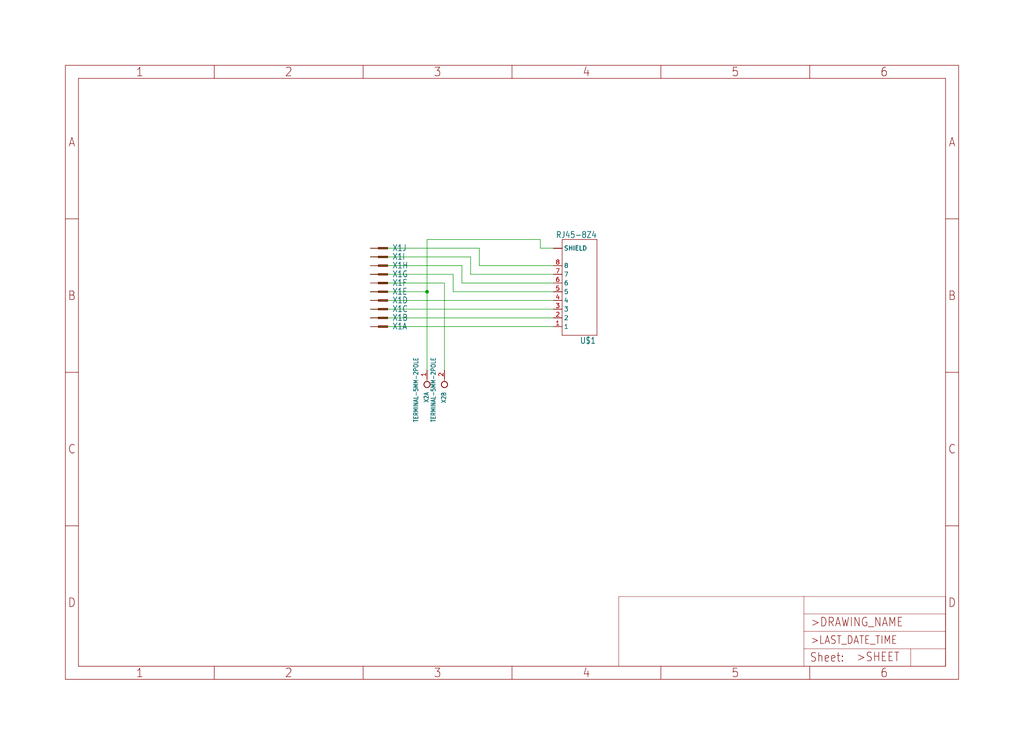
<source format=kicad_sch>
(kicad_sch (version 20211123) (generator eeschema)

  (uuid c7b2ad17-ba4b-4d61-86be-646425579edd)

  (paper "User" 298.45 217.881)

  (lib_symbols
    (symbol "IDC-RJ45_connector_v1-eagle-import:2510-" (in_bom yes) (on_board yes)
      (property "Reference" "X" (id 0) (at -1.27 0.889 0)
        (effects (font (size 1.778 1.5113)) (justify right top))
      )
      (property "Value" "2510-" (id 1) (at -3.81 2.667 0)
        (effects (font (size 1.778 1.5113)) (justify left bottom) hide)
      )
      (property "Footprint" "IDC-RJ45_connector_v1:PAK100_2500-10" (id 2) (at 0 0 0)
        (effects (font (size 1.27 1.27)) hide)
      )
      (property "Datasheet" "" (id 3) (at 0 0 0)
        (effects (font (size 1.27 1.27)) hide)
      )
      (property "ki_locked" "" (id 4) (at 0 0 0)
        (effects (font (size 1.27 1.27)))
      )
      (symbol "2510-_1_0"
        (rectangle (start 0 -0.254) (end 2.794 0.254)
          (stroke (width 0) (type default) (color 0 0 0 0))
          (fill (type outline))
        )
        (pin passive line (at 5.08 0 180) (length 2.54)
          (name "KL" (effects (font (size 0 0))))
          (number "1" (effects (font (size 0 0))))
        )
      )
      (symbol "2510-_2_0"
        (rectangle (start 0 -0.254) (end 2.794 0.254)
          (stroke (width 0) (type default) (color 0 0 0 0))
          (fill (type outline))
        )
        (pin passive line (at 5.08 0 180) (length 2.54)
          (name "KL" (effects (font (size 0 0))))
          (number "2" (effects (font (size 0 0))))
        )
      )
      (symbol "2510-_3_0"
        (rectangle (start 0 -0.254) (end 2.794 0.254)
          (stroke (width 0) (type default) (color 0 0 0 0))
          (fill (type outline))
        )
        (pin passive line (at 5.08 0 180) (length 2.54)
          (name "KL" (effects (font (size 0 0))))
          (number "3" (effects (font (size 0 0))))
        )
      )
      (symbol "2510-_4_0"
        (rectangle (start 0 -0.254) (end 2.794 0.254)
          (stroke (width 0) (type default) (color 0 0 0 0))
          (fill (type outline))
        )
        (pin passive line (at 5.08 0 180) (length 2.54)
          (name "KL" (effects (font (size 0 0))))
          (number "4" (effects (font (size 0 0))))
        )
      )
      (symbol "2510-_5_0"
        (rectangle (start 0 -0.254) (end 2.794 0.254)
          (stroke (width 0) (type default) (color 0 0 0 0))
          (fill (type outline))
        )
        (pin passive line (at 5.08 0 180) (length 2.54)
          (name "KL" (effects (font (size 0 0))))
          (number "5" (effects (font (size 0 0))))
        )
      )
      (symbol "2510-_6_0"
        (rectangle (start 0 -0.254) (end 2.794 0.254)
          (stroke (width 0) (type default) (color 0 0 0 0))
          (fill (type outline))
        )
        (pin passive line (at 5.08 0 180) (length 2.54)
          (name "KL" (effects (font (size 0 0))))
          (number "6" (effects (font (size 0 0))))
        )
      )
      (symbol "2510-_7_0"
        (rectangle (start 0 -0.254) (end 2.794 0.254)
          (stroke (width 0) (type default) (color 0 0 0 0))
          (fill (type outline))
        )
        (pin passive line (at 5.08 0 180) (length 2.54)
          (name "KL" (effects (font (size 0 0))))
          (number "7" (effects (font (size 0 0))))
        )
      )
      (symbol "2510-_8_0"
        (rectangle (start 0 -0.254) (end 2.794 0.254)
          (stroke (width 0) (type default) (color 0 0 0 0))
          (fill (type outline))
        )
        (pin passive line (at 5.08 0 180) (length 2.54)
          (name "KL" (effects (font (size 0 0))))
          (number "8" (effects (font (size 0 0))))
        )
      )
      (symbol "2510-_9_0"
        (rectangle (start 0 -0.254) (end 2.794 0.254)
          (stroke (width 0) (type default) (color 0 0 0 0))
          (fill (type outline))
        )
        (pin passive line (at 5.08 0 180) (length 2.54)
          (name "KL" (effects (font (size 0 0))))
          (number "9" (effects (font (size 0 0))))
        )
      )
      (symbol "2510-_10_0"
        (rectangle (start 0 -0.254) (end 2.794 0.254)
          (stroke (width 0) (type default) (color 0 0 0 0))
          (fill (type outline))
        )
        (pin passive line (at 5.08 0 180) (length 2.54)
          (name "KL" (effects (font (size 0 0))))
          (number "10" (effects (font (size 0 0))))
        )
      )
    )
    (symbol "IDC-RJ45_connector_v1-eagle-import:A4L-LOC" (in_bom yes) (on_board yes)
      (property "Reference" "#FRAME" (id 0) (at 0 0 0)
        (effects (font (size 1.27 1.27)) hide)
      )
      (property "Value" "A4L-LOC" (id 1) (at 0 0 0)
        (effects (font (size 1.27 1.27)) hide)
      )
      (property "Footprint" "IDC-RJ45_connector_v1:" (id 2) (at 0 0 0)
        (effects (font (size 1.27 1.27)) hide)
      )
      (property "Datasheet" "" (id 3) (at 0 0 0)
        (effects (font (size 1.27 1.27)) hide)
      )
      (property "ki_locked" "" (id 4) (at 0 0 0)
        (effects (font (size 1.27 1.27)))
      )
      (symbol "A4L-LOC_1_0"
        (polyline
          (pts
            (xy 0 44.7675)
            (xy 3.81 44.7675)
          )
          (stroke (width 0) (type default) (color 0 0 0 0))
          (fill (type none))
        )
        (polyline
          (pts
            (xy 0 89.535)
            (xy 3.81 89.535)
          )
          (stroke (width 0) (type default) (color 0 0 0 0))
          (fill (type none))
        )
        (polyline
          (pts
            (xy 0 134.3025)
            (xy 3.81 134.3025)
          )
          (stroke (width 0) (type default) (color 0 0 0 0))
          (fill (type none))
        )
        (polyline
          (pts
            (xy 3.81 3.81)
            (xy 3.81 175.26)
          )
          (stroke (width 0) (type default) (color 0 0 0 0))
          (fill (type none))
        )
        (polyline
          (pts
            (xy 43.3917 0)
            (xy 43.3917 3.81)
          )
          (stroke (width 0) (type default) (color 0 0 0 0))
          (fill (type none))
        )
        (polyline
          (pts
            (xy 43.3917 175.26)
            (xy 43.3917 179.07)
          )
          (stroke (width 0) (type default) (color 0 0 0 0))
          (fill (type none))
        )
        (polyline
          (pts
            (xy 86.7833 0)
            (xy 86.7833 3.81)
          )
          (stroke (width 0) (type default) (color 0 0 0 0))
          (fill (type none))
        )
        (polyline
          (pts
            (xy 86.7833 175.26)
            (xy 86.7833 179.07)
          )
          (stroke (width 0) (type default) (color 0 0 0 0))
          (fill (type none))
        )
        (polyline
          (pts
            (xy 130.175 0)
            (xy 130.175 3.81)
          )
          (stroke (width 0) (type default) (color 0 0 0 0))
          (fill (type none))
        )
        (polyline
          (pts
            (xy 130.175 175.26)
            (xy 130.175 179.07)
          )
          (stroke (width 0) (type default) (color 0 0 0 0))
          (fill (type none))
        )
        (polyline
          (pts
            (xy 161.29 3.81)
            (xy 161.29 24.13)
          )
          (stroke (width 0.1016) (type default) (color 0 0 0 0))
          (fill (type none))
        )
        (polyline
          (pts
            (xy 161.29 24.13)
            (xy 215.265 24.13)
          )
          (stroke (width 0.1016) (type default) (color 0 0 0 0))
          (fill (type none))
        )
        (polyline
          (pts
            (xy 173.5667 0)
            (xy 173.5667 3.81)
          )
          (stroke (width 0) (type default) (color 0 0 0 0))
          (fill (type none))
        )
        (polyline
          (pts
            (xy 173.5667 175.26)
            (xy 173.5667 179.07)
          )
          (stroke (width 0) (type default) (color 0 0 0 0))
          (fill (type none))
        )
        (polyline
          (pts
            (xy 215.265 8.89)
            (xy 215.265 3.81)
          )
          (stroke (width 0.1016) (type default) (color 0 0 0 0))
          (fill (type none))
        )
        (polyline
          (pts
            (xy 215.265 8.89)
            (xy 215.265 13.97)
          )
          (stroke (width 0.1016) (type default) (color 0 0 0 0))
          (fill (type none))
        )
        (polyline
          (pts
            (xy 215.265 13.97)
            (xy 215.265 19.05)
          )
          (stroke (width 0.1016) (type default) (color 0 0 0 0))
          (fill (type none))
        )
        (polyline
          (pts
            (xy 215.265 13.97)
            (xy 256.54 13.97)
          )
          (stroke (width 0.1016) (type default) (color 0 0 0 0))
          (fill (type none))
        )
        (polyline
          (pts
            (xy 215.265 19.05)
            (xy 215.265 24.13)
          )
          (stroke (width 0.1016) (type default) (color 0 0 0 0))
          (fill (type none))
        )
        (polyline
          (pts
            (xy 215.265 19.05)
            (xy 256.54 19.05)
          )
          (stroke (width 0.1016) (type default) (color 0 0 0 0))
          (fill (type none))
        )
        (polyline
          (pts
            (xy 215.265 24.13)
            (xy 256.54 24.13)
          )
          (stroke (width 0.1016) (type default) (color 0 0 0 0))
          (fill (type none))
        )
        (polyline
          (pts
            (xy 216.9583 0)
            (xy 216.9583 3.81)
          )
          (stroke (width 0) (type default) (color 0 0 0 0))
          (fill (type none))
        )
        (polyline
          (pts
            (xy 216.9583 175.26)
            (xy 216.9583 179.07)
          )
          (stroke (width 0) (type default) (color 0 0 0 0))
          (fill (type none))
        )
        (polyline
          (pts
            (xy 246.38 3.81)
            (xy 246.38 8.89)
          )
          (stroke (width 0.1016) (type default) (color 0 0 0 0))
          (fill (type none))
        )
        (polyline
          (pts
            (xy 246.38 8.89)
            (xy 215.265 8.89)
          )
          (stroke (width 0.1016) (type default) (color 0 0 0 0))
          (fill (type none))
        )
        (polyline
          (pts
            (xy 246.38 8.89)
            (xy 256.54 8.89)
          )
          (stroke (width 0.1016) (type default) (color 0 0 0 0))
          (fill (type none))
        )
        (polyline
          (pts
            (xy 256.54 3.81)
            (xy 3.81 3.81)
          )
          (stroke (width 0) (type default) (color 0 0 0 0))
          (fill (type none))
        )
        (polyline
          (pts
            (xy 256.54 3.81)
            (xy 256.54 8.89)
          )
          (stroke (width 0.1016) (type default) (color 0 0 0 0))
          (fill (type none))
        )
        (polyline
          (pts
            (xy 256.54 3.81)
            (xy 256.54 175.26)
          )
          (stroke (width 0) (type default) (color 0 0 0 0))
          (fill (type none))
        )
        (polyline
          (pts
            (xy 256.54 8.89)
            (xy 256.54 13.97)
          )
          (stroke (width 0.1016) (type default) (color 0 0 0 0))
          (fill (type none))
        )
        (polyline
          (pts
            (xy 256.54 13.97)
            (xy 256.54 19.05)
          )
          (stroke (width 0.1016) (type default) (color 0 0 0 0))
          (fill (type none))
        )
        (polyline
          (pts
            (xy 256.54 19.05)
            (xy 256.54 24.13)
          )
          (stroke (width 0.1016) (type default) (color 0 0 0 0))
          (fill (type none))
        )
        (polyline
          (pts
            (xy 256.54 44.7675)
            (xy 260.35 44.7675)
          )
          (stroke (width 0) (type default) (color 0 0 0 0))
          (fill (type none))
        )
        (polyline
          (pts
            (xy 256.54 89.535)
            (xy 260.35 89.535)
          )
          (stroke (width 0) (type default) (color 0 0 0 0))
          (fill (type none))
        )
        (polyline
          (pts
            (xy 256.54 134.3025)
            (xy 260.35 134.3025)
          )
          (stroke (width 0) (type default) (color 0 0 0 0))
          (fill (type none))
        )
        (polyline
          (pts
            (xy 256.54 175.26)
            (xy 3.81 175.26)
          )
          (stroke (width 0) (type default) (color 0 0 0 0))
          (fill (type none))
        )
        (polyline
          (pts
            (xy 0 0)
            (xy 260.35 0)
            (xy 260.35 179.07)
            (xy 0 179.07)
            (xy 0 0)
          )
          (stroke (width 0) (type default) (color 0 0 0 0))
          (fill (type none))
        )
        (text "1" (at 21.6958 1.905 0)
          (effects (font (size 2.54 2.286)))
        )
        (text "1" (at 21.6958 177.165 0)
          (effects (font (size 2.54 2.286)))
        )
        (text "2" (at 65.0875 1.905 0)
          (effects (font (size 2.54 2.286)))
        )
        (text "2" (at 65.0875 177.165 0)
          (effects (font (size 2.54 2.286)))
        )
        (text "3" (at 108.4792 1.905 0)
          (effects (font (size 2.54 2.286)))
        )
        (text "3" (at 108.4792 177.165 0)
          (effects (font (size 2.54 2.286)))
        )
        (text "4" (at 151.8708 1.905 0)
          (effects (font (size 2.54 2.286)))
        )
        (text "4" (at 151.8708 177.165 0)
          (effects (font (size 2.54 2.286)))
        )
        (text "5" (at 195.2625 1.905 0)
          (effects (font (size 2.54 2.286)))
        )
        (text "5" (at 195.2625 177.165 0)
          (effects (font (size 2.54 2.286)))
        )
        (text "6" (at 238.6542 1.905 0)
          (effects (font (size 2.54 2.286)))
        )
        (text "6" (at 238.6542 177.165 0)
          (effects (font (size 2.54 2.286)))
        )
        (text ">DRAWING_NAME" (at 217.17 15.24 0)
          (effects (font (size 2.54 2.159)) (justify left bottom))
        )
        (text ">LAST_DATE_TIME" (at 217.17 10.16 0)
          (effects (font (size 2.286 1.9431)) (justify left bottom))
        )
        (text ">SHEET" (at 230.505 5.08 0)
          (effects (font (size 2.54 2.159)) (justify left bottom))
        )
        (text "A" (at 1.905 156.6863 0)
          (effects (font (size 2.54 2.286)))
        )
        (text "A" (at 258.445 156.6863 0)
          (effects (font (size 2.54 2.286)))
        )
        (text "B" (at 1.905 111.9188 0)
          (effects (font (size 2.54 2.286)))
        )
        (text "B" (at 258.445 111.9188 0)
          (effects (font (size 2.54 2.286)))
        )
        (text "C" (at 1.905 67.1513 0)
          (effects (font (size 2.54 2.286)))
        )
        (text "C" (at 258.445 67.1513 0)
          (effects (font (size 2.54 2.286)))
        )
        (text "D" (at 1.905 22.3838 0)
          (effects (font (size 2.54 2.286)))
        )
        (text "D" (at 258.445 22.3838 0)
          (effects (font (size 2.54 2.286)))
        )
        (text "Sheet:" (at 216.916 4.953 0)
          (effects (font (size 2.54 2.159)) (justify left bottom))
        )
      )
    )
    (symbol "IDC-RJ45_connector_v1-eagle-import:RJ45-8Z4" (in_bom yes) (on_board yes)
      (property "Reference" "J" (id 0) (at -4.8262 15.799 0)
        (effects (font (size 1.7858 1.5179)) (justify left bottom))
      )
      (property "Value" "RJ45-8Z4" (id 1) (at -5.0831 -15.0392 0)
        (effects (font (size 1.7846 1.5169)) (justify left bottom))
      )
      (property "Footprint" "IDC-RJ45_connector_v1:TE_RJ45-8Z4" (id 2) (at 0 0 0)
        (effects (font (size 1.27 1.27)) hide)
      )
      (property "Datasheet" "" (id 3) (at 0 0 0)
        (effects (font (size 1.27 1.27)) hide)
      )
      (property "ki_locked" "" (id 4) (at 0 0 0)
        (effects (font (size 1.27 1.27)))
      )
      (symbol "RJ45-8Z4_1_0"
        (polyline
          (pts
            (xy -5.08 -12.7)
            (xy 5.08 -12.7)
          )
          (stroke (width 0.1524) (type default) (color 0 0 0 0))
          (fill (type none))
        )
        (polyline
          (pts
            (xy -5.08 15.24)
            (xy -5.08 -12.7)
          )
          (stroke (width 0.1524) (type default) (color 0 0 0 0))
          (fill (type none))
        )
        (polyline
          (pts
            (xy 5.08 -12.7)
            (xy 5.08 15.24)
          )
          (stroke (width 0.1524) (type default) (color 0 0 0 0))
          (fill (type none))
        )
        (polyline
          (pts
            (xy 5.08 15.24)
            (xy -5.08 15.24)
          )
          (stroke (width 0.1524) (type default) (color 0 0 0 0))
          (fill (type none))
        )
        (pin passive line (at 7.62 12.7 180) (length 2.54)
          (name "1" (effects (font (size 1.27 1.27))))
          (number "1" (effects (font (size 1.27 1.27))))
        )
        (pin passive line (at 7.62 -10.16 180) (length 2.54)
          (name "SHIELD" (effects (font (size 1.27 1.27))))
          (number "10" (effects (font (size 0 0))))
        )
        (pin passive line (at 7.62 10.16 180) (length 2.54)
          (name "2" (effects (font (size 1.27 1.27))))
          (number "2" (effects (font (size 1.27 1.27))))
        )
        (pin passive line (at 7.62 7.62 180) (length 2.54)
          (name "3" (effects (font (size 1.27 1.27))))
          (number "3" (effects (font (size 1.27 1.27))))
        )
        (pin passive line (at 7.62 5.08 180) (length 2.54)
          (name "4" (effects (font (size 1.27 1.27))))
          (number "4" (effects (font (size 1.27 1.27))))
        )
        (pin passive line (at 7.62 2.54 180) (length 2.54)
          (name "5" (effects (font (size 1.27 1.27))))
          (number "5" (effects (font (size 1.27 1.27))))
        )
        (pin passive line (at 7.62 0 180) (length 2.54)
          (name "6" (effects (font (size 1.27 1.27))))
          (number "6" (effects (font (size 1.27 1.27))))
        )
        (pin passive line (at 7.62 -2.54 180) (length 2.54)
          (name "7" (effects (font (size 1.27 1.27))))
          (number "7" (effects (font (size 1.27 1.27))))
        )
        (pin passive line (at 7.62 -5.08 180) (length 2.54)
          (name "8" (effects (font (size 1.27 1.27))))
          (number "8" (effects (font (size 1.27 1.27))))
        )
        (pin passive line (at 7.62 -10.16 180) (length 2.54)
          (name "SHIELD" (effects (font (size 1.27 1.27))))
          (number "9" (effects (font (size 0 0))))
        )
      )
    )
    (symbol "IDC-RJ45_connector_v1-eagle-import:TERMINAL-5MM-2POLE" (in_bom yes) (on_board yes)
      (property "Reference" "X" (id 0) (at -1.27 0.889 0)
        (effects (font (size 1.27 1.0795)) (justify right top))
      )
      (property "Value" "TERMINAL-5MM-2POLE" (id 1) (at -10.16 2.54 0)
        (effects (font (size 1.27 1.0795)) (justify left bottom))
      )
      (property "Footprint" "IDC-RJ45_connector_v1:TERMINAL_2P_5MM" (id 2) (at 0 0 0)
        (effects (font (size 1.27 1.27)) hide)
      )
      (property "Datasheet" "" (id 3) (at 0 0 0)
        (effects (font (size 1.27 1.27)) hide)
      )
      (property "ki_locked" "" (id 4) (at 0 0 0)
        (effects (font (size 1.27 1.27)))
      )
      (symbol "TERMINAL-5MM-2POLE_1_0"
        (polyline
          (pts
            (xy 1.778 0)
            (xy 2.54 0)
          )
          (stroke (width 0.1524) (type default) (color 0 0 0 0))
          (fill (type none))
        )
        (circle (center 0.889 0) (radius 0.898)
          (stroke (width 0.254) (type default) (color 0 0 0 0))
          (fill (type none))
        )
        (pin passive line (at 5.08 0 180) (length 2.54)
          (name "P$1" (effects (font (size 0 0))))
          (number "1" (effects (font (size 1.27 1.27))))
        )
      )
      (symbol "TERMINAL-5MM-2POLE_2_0"
        (polyline
          (pts
            (xy 1.778 0)
            (xy 2.54 0)
          )
          (stroke (width 0.1524) (type default) (color 0 0 0 0))
          (fill (type none))
        )
        (circle (center 0.889 0) (radius 0.898)
          (stroke (width 0.254) (type default) (color 0 0 0 0))
          (fill (type none))
        )
        (pin passive line (at 5.08 0 180) (length 2.54)
          (name "P$2" (effects (font (size 0 0))))
          (number "2" (effects (font (size 1.27 1.27))))
        )
      )
    )
  )

  (junction (at 124.46 85.09) (diameter 0) (color 0 0 0 0)
    (uuid 4476bc25-499a-44f3-9a15-0c75f9eac9c9)
  )

  (wire (pts (xy 107.95 72.39) (xy 139.7 72.39))
    (stroke (width 0) (type default) (color 0 0 0 0))
    (uuid 01e17076-8e79-4cf0-bb4e-559e72f9e762)
  )
  (wire (pts (xy 107.95 74.93) (xy 137.16 74.93))
    (stroke (width 0) (type default) (color 0 0 0 0))
    (uuid 174b5fbe-4c80-4ed6-8af1-7bce9e4300c7)
  )
  (wire (pts (xy 129.54 82.55) (xy 129.54 107.95))
    (stroke (width 0) (type default) (color 0 0 0 0))
    (uuid 180bc0c1-300b-4d2c-b147-c6db73b6b4f6)
  )
  (wire (pts (xy 107.95 77.47) (xy 134.62 77.47))
    (stroke (width 0) (type default) (color 0 0 0 0))
    (uuid 1d7f6e4d-90fd-467c-9d7e-9895d6628a34)
  )
  (wire (pts (xy 157.48 72.39) (xy 161.29 72.39))
    (stroke (width 0) (type default) (color 0 0 0 0))
    (uuid 22350be0-c75f-482c-b262-821aa3672562)
  )
  (wire (pts (xy 124.46 85.09) (xy 124.46 69.85))
    (stroke (width 0) (type default) (color 0 0 0 0))
    (uuid 2cb31a79-a601-4f16-b31d-036b13720f33)
  )
  (wire (pts (xy 139.7 77.47) (xy 161.29 77.47))
    (stroke (width 0) (type default) (color 0 0 0 0))
    (uuid 2e0aa8d8-5b7c-44b5-8866-691f2e4fcf77)
  )
  (wire (pts (xy 137.16 74.93) (xy 137.16 80.01))
    (stroke (width 0) (type default) (color 0 0 0 0))
    (uuid 2eb2dfa7-bad4-49a1-8dcc-7ba0561a924d)
  )
  (wire (pts (xy 107.95 92.71) (xy 161.29 92.71))
    (stroke (width 0) (type default) (color 0 0 0 0))
    (uuid 3467ecda-aeeb-42ce-b10d-2daf2a7aece0)
  )
  (wire (pts (xy 132.08 80.01) (xy 132.08 85.09))
    (stroke (width 0) (type default) (color 0 0 0 0))
    (uuid 35e591c1-58ab-41d9-a566-7390e1ddf168)
  )
  (wire (pts (xy 107.95 80.01) (xy 132.08 80.01))
    (stroke (width 0) (type default) (color 0 0 0 0))
    (uuid 36da2b44-dd2b-4a8b-bd91-07dd6f30e2b2)
  )
  (wire (pts (xy 124.46 85.09) (xy 124.46 107.95))
    (stroke (width 0) (type default) (color 0 0 0 0))
    (uuid 37c28af5-b450-4293-b6ab-dd3bde4b3d74)
  )
  (wire (pts (xy 107.95 87.63) (xy 161.29 87.63))
    (stroke (width 0) (type default) (color 0 0 0 0))
    (uuid 3968284d-a422-44fb-b2bc-901bf79372d7)
  )
  (wire (pts (xy 137.16 80.01) (xy 161.29 80.01))
    (stroke (width 0) (type default) (color 0 0 0 0))
    (uuid 3f883dee-3a5c-499b-9c2b-5794a92eeadf)
  )
  (wire (pts (xy 107.95 95.25) (xy 161.29 95.25))
    (stroke (width 0) (type default) (color 0 0 0 0))
    (uuid 43b11517-4d37-4cd1-92dc-ff94f16e4252)
  )
  (wire (pts (xy 124.46 69.85) (xy 157.48 69.85))
    (stroke (width 0) (type default) (color 0 0 0 0))
    (uuid 5f2f5806-d188-4616-86f3-a9ba7b87c037)
  )
  (wire (pts (xy 139.7 72.39) (xy 139.7 77.47))
    (stroke (width 0) (type default) (color 0 0 0 0))
    (uuid 68ff85a5-ea5b-4035-8b81-d79b51d97fcb)
  )
  (wire (pts (xy 134.62 82.55) (xy 161.29 82.55))
    (stroke (width 0) (type default) (color 0 0 0 0))
    (uuid 6feee0e3-27e6-4a7a-95f0-6dd44ee9b497)
  )
  (wire (pts (xy 134.62 77.47) (xy 134.62 82.55))
    (stroke (width 0) (type default) (color 0 0 0 0))
    (uuid 785a9305-6eaf-4287-a382-ee516236570f)
  )
  (wire (pts (xy 157.48 69.85) (xy 157.48 72.39))
    (stroke (width 0) (type default) (color 0 0 0 0))
    (uuid 8469274f-d1f2-4255-9c03-3abda734d071)
  )
  (wire (pts (xy 107.95 85.09) (xy 124.46 85.09))
    (stroke (width 0) (type default) (color 0 0 0 0))
    (uuid b5067468-f0dd-46e0-bb74-9b3127dddce7)
  )
  (wire (pts (xy 132.08 85.09) (xy 161.29 85.09))
    (stroke (width 0) (type default) (color 0 0 0 0))
    (uuid c5fcfd11-1dd0-4660-b866-96ce829750de)
  )
  (wire (pts (xy 107.95 90.17) (xy 161.29 90.17))
    (stroke (width 0) (type default) (color 0 0 0 0))
    (uuid cd266011-d41e-45c4-bff5-3687b90ec61f)
  )
  (wire (pts (xy 107.95 82.55) (xy 129.54 82.55))
    (stroke (width 0) (type default) (color 0 0 0 0))
    (uuid d4f9da6c-2973-46b4-bfbe-be621b8b4af7)
  )

  (symbol (lib_id "IDC-RJ45_connector_v1-eagle-import:2510-") (at 113.03 92.71 180) (unit 2)
    (in_bom yes) (on_board yes)
    (uuid 032b96ae-7832-42a3-9f60-922a7f7fe10b)
    (property "Reference" "X1" (id 0) (at 114.3 93.599 0)
      (effects (font (size 1.778 1.5113)) (justify right top))
    )
    (property "Value" "" (id 1) (at 116.84 95.377 0)
      (effects (font (size 1.778 1.5113)) (justify left bottom) hide)
    )
    (property "Footprint" "" (id 2) (at 113.03 92.71 0)
      (effects (font (size 1.27 1.27)) hide)
    )
    (property "Datasheet" "" (id 3) (at 113.03 92.71 0)
      (effects (font (size 1.27 1.27)) hide)
    )
    (pin "1" (uuid 1e598e7d-27bb-4788-9796-f3e5404107eb))
    (pin "2" (uuid a115ccec-0774-4b2e-81fe-3e2ae81cf90c))
    (pin "3" (uuid ebd60247-045a-4b8c-bf48-f211e01acbfa))
    (pin "4" (uuid 688aa5d6-7352-4311-a199-9c428b354c7b))
    (pin "5" (uuid 02d9a547-2c48-401a-a970-c0825f731394))
    (pin "6" (uuid 49df99bf-85b5-44a1-8b67-1079d15ba109))
    (pin "7" (uuid addb453d-7208-44a8-88d6-1dad0a775da1))
    (pin "8" (uuid dae11a99-8686-4ca4-884a-f5b2bbb475a4))
    (pin "9" (uuid 45bdc79b-ca9f-4d5a-931f-f91bbc9f7813))
    (pin "10" (uuid eace30ab-85fc-4a16-a3f1-11a4027ee806))
  )

  (symbol (lib_id "IDC-RJ45_connector_v1-eagle-import:2510-") (at 113.03 90.17 180) (unit 3)
    (in_bom yes) (on_board yes)
    (uuid 069f58a2-9d30-4c02-8e66-a76190ce8293)
    (property "Reference" "X1" (id 0) (at 114.3 91.059 0)
      (effects (font (size 1.778 1.5113)) (justify right top))
    )
    (property "Value" "" (id 1) (at 116.84 92.837 0)
      (effects (font (size 1.778 1.5113)) (justify left bottom) hide)
    )
    (property "Footprint" "" (id 2) (at 113.03 90.17 0)
      (effects (font (size 1.27 1.27)) hide)
    )
    (property "Datasheet" "" (id 3) (at 113.03 90.17 0)
      (effects (font (size 1.27 1.27)) hide)
    )
    (pin "1" (uuid f8bf0496-6c52-4a71-9df4-60fdad0fb42a))
    (pin "2" (uuid a49d1e92-c87f-4e12-a42f-420209b67f3f))
    (pin "3" (uuid c72cef51-d768-4289-a666-b19303054a70))
    (pin "4" (uuid e8abc52e-168a-4a81-ac42-d931f1fb793c))
    (pin "5" (uuid c7f520dd-a228-490e-b23f-a67eb82781ec))
    (pin "6" (uuid 7575c5bb-abcb-4b4e-a954-6f610535329e))
    (pin "7" (uuid dedd0b31-729f-4f1e-b186-0bd835498d48))
    (pin "8" (uuid a7a59656-fab5-4e9b-b328-962293780eb7))
    (pin "9" (uuid 35fb369a-cf8f-420d-a99c-3124a608c21f))
    (pin "10" (uuid a92a4b31-d879-4156-a58e-1f36c7c7872e))
  )

  (symbol (lib_id "IDC-RJ45_connector_v1-eagle-import:2510-") (at 113.03 87.63 180) (unit 4)
    (in_bom yes) (on_board yes)
    (uuid 06c3fe37-5b4a-47ae-ba95-d7da05b1cb6c)
    (property "Reference" "X1" (id 0) (at 114.3 88.519 0)
      (effects (font (size 1.778 1.5113)) (justify right top))
    )
    (property "Value" "" (id 1) (at 116.84 90.297 0)
      (effects (font (size 1.778 1.5113)) (justify left bottom) hide)
    )
    (property "Footprint" "" (id 2) (at 113.03 87.63 0)
      (effects (font (size 1.27 1.27)) hide)
    )
    (property "Datasheet" "" (id 3) (at 113.03 87.63 0)
      (effects (font (size 1.27 1.27)) hide)
    )
    (pin "1" (uuid 7cf09b0d-e4a9-4fe8-8f3e-807864fddfd4))
    (pin "2" (uuid fe0ed9a3-286c-4590-a4f2-58ddd8036b62))
    (pin "3" (uuid 232d229b-8b32-4954-a3ed-afeef2ad2e8d))
    (pin "4" (uuid 7c539df9-3c33-45bf-8b6e-13cc160fbe13))
    (pin "5" (uuid c4c8dcd0-e7a1-479a-ba83-ff78adbe403d))
    (pin "6" (uuid 7a8dbc25-8aa6-4bb0-b543-0509abae0cb2))
    (pin "7" (uuid ffbaf279-a07a-4f12-b5e0-f741f6236f28))
    (pin "8" (uuid a7aa9ff8-6a08-484c-93df-b76188fc4824))
    (pin "9" (uuid 14ca4759-2d5f-4681-b09c-8907ca063ec1))
    (pin "10" (uuid d7874a20-1ea6-45a3-bfd1-82cf07f91736))
  )

  (symbol (lib_id "IDC-RJ45_connector_v1-eagle-import:RJ45-8Z4") (at 168.91 82.55 180) (unit 1)
    (in_bom yes) (on_board yes)
    (uuid 0fa2c750-1541-4f82-9174-1096ce570941)
    (property "Reference" "U$1" (id 0) (at 173.7362 98.349 0)
      (effects (font (size 1.7858 1.5179)) (justify left bottom))
    )
    (property "Value" "" (id 1) (at 173.9931 67.5108 0)
      (effects (font (size 1.7846 1.5169)) (justify left bottom))
    )
    (property "Footprint" "" (id 2) (at 168.91 82.55 0)
      (effects (font (size 1.27 1.27)) hide)
    )
    (property "Datasheet" "" (id 3) (at 168.91 82.55 0)
      (effects (font (size 1.27 1.27)) hide)
    )
    (pin "1" (uuid 1b2ae50c-50b9-4fa9-89b4-d9edd8243a58))
    (pin "10" (uuid 532bebae-5cf1-43e4-a7f3-6ca93676bb61))
    (pin "2" (uuid bbe14888-ad70-4ba6-b304-f6df250316ef))
    (pin "3" (uuid 15e22fd0-5a01-465c-b6f3-8e458f596f2d))
    (pin "4" (uuid 17b7fe3e-7938-48a7-971a-9a1b08885905))
    (pin "5" (uuid 640d792f-376b-4218-a7b6-9eafdffd855f))
    (pin "6" (uuid a6bb6138-88b8-4f35-8c2d-6caf8dade4cd))
    (pin "7" (uuid 34878456-a90e-467f-98c8-e8190d7af940))
    (pin "8" (uuid 59d8bd64-0ef7-4ebc-825a-b327a0854c4d))
    (pin "9" (uuid 6f3ca8e6-441c-4cbb-b05a-4d27d1267567))
  )

  (symbol (lib_id "IDC-RJ45_connector_v1-eagle-import:2510-") (at 113.03 74.93 180) (unit 9)
    (in_bom yes) (on_board yes)
    (uuid 314eeaa6-9777-4fa0-bd34-52f21b09d6ec)
    (property "Reference" "X1" (id 0) (at 114.3 75.819 0)
      (effects (font (size 1.778 1.5113)) (justify right top))
    )
    (property "Value" "" (id 1) (at 116.84 77.597 0)
      (effects (font (size 1.778 1.5113)) (justify left bottom) hide)
    )
    (property "Footprint" "" (id 2) (at 113.03 74.93 0)
      (effects (font (size 1.27 1.27)) hide)
    )
    (property "Datasheet" "" (id 3) (at 113.03 74.93 0)
      (effects (font (size 1.27 1.27)) hide)
    )
    (pin "1" (uuid ef29861f-179a-45da-ba49-63b8f77b45ef))
    (pin "2" (uuid 9ed9e29a-73ba-45e5-8640-5982fd8fbb60))
    (pin "3" (uuid 9f7914a7-0204-4c3c-80ae-34db9c7f16b1))
    (pin "4" (uuid d134e363-ae0a-46a2-a01b-824abfae6412))
    (pin "5" (uuid 8a697190-15cb-4d70-8c5e-409d54183c6c))
    (pin "6" (uuid a4a646b6-89b4-4c61-84c1-5beb853f1b66))
    (pin "7" (uuid 7981e726-0816-497c-bced-243041339254))
    (pin "8" (uuid 83b7e7e1-4f67-4830-bdc8-83056e0fd5ee))
    (pin "9" (uuid f46e4f5e-c333-45d2-86a9-a4181b115ee1))
    (pin "10" (uuid 4e535594-e757-4163-8709-4d9c419a1897))
  )

  (symbol (lib_id "IDC-RJ45_connector_v1-eagle-import:TERMINAL-5MM-2POLE") (at 124.46 113.03 90) (unit 1)
    (in_bom yes) (on_board yes)
    (uuid 3e3c8cc6-77be-4979-b31f-3b6d14107fdd)
    (property "Reference" "X2" (id 0) (at 123.571 114.3 0)
      (effects (font (size 1.27 1.0795)) (justify right top))
    )
    (property "Value" "" (id 1) (at 121.92 123.19 0)
      (effects (font (size 1.27 1.0795)) (justify left bottom))
    )
    (property "Footprint" "" (id 2) (at 124.46 113.03 0)
      (effects (font (size 1.27 1.27)) hide)
    )
    (property "Datasheet" "" (id 3) (at 124.46 113.03 0)
      (effects (font (size 1.27 1.27)) hide)
    )
    (pin "1" (uuid ba825157-f3a0-46d4-b30a-2230f7dc3d46))
    (pin "2" (uuid f2ec7e50-2524-4cd1-9bf1-e42a7e2b0baf))
  )

  (symbol (lib_id "IDC-RJ45_connector_v1-eagle-import:A4L-LOC") (at 19.05 198.12 0) (unit 1)
    (in_bom yes) (on_board yes)
    (uuid 45845eb6-8f1d-482d-be56-b6e2e55908eb)
    (property "Reference" "#FRAME1" (id 0) (at 19.05 198.12 0)
      (effects (font (size 1.27 1.27)) hide)
    )
    (property "Value" "" (id 1) (at 19.05 198.12 0)
      (effects (font (size 1.27 1.27)) hide)
    )
    (property "Footprint" "" (id 2) (at 19.05 198.12 0)
      (effects (font (size 1.27 1.27)) hide)
    )
    (property "Datasheet" "" (id 3) (at 19.05 198.12 0)
      (effects (font (size 1.27 1.27)) hide)
    )
  )

  (symbol (lib_id "IDC-RJ45_connector_v1-eagle-import:2510-") (at 113.03 95.25 180) (unit 1)
    (in_bom yes) (on_board yes)
    (uuid 4b2ef4ab-a5fc-44ee-b1b7-668448888add)
    (property "Reference" "X1" (id 0) (at 114.3 96.139 0)
      (effects (font (size 1.778 1.5113)) (justify right top))
    )
    (property "Value" "" (id 1) (at 116.84 97.917 0)
      (effects (font (size 1.778 1.5113)) (justify left bottom) hide)
    )
    (property "Footprint" "" (id 2) (at 113.03 95.25 0)
      (effects (font (size 1.27 1.27)) hide)
    )
    (property "Datasheet" "" (id 3) (at 113.03 95.25 0)
      (effects (font (size 1.27 1.27)) hide)
    )
    (pin "1" (uuid 936a867f-2151-4890-b793-82a16934341a))
    (pin "2" (uuid 2e0c1476-0eef-4442-90d8-c332c89e01f1))
    (pin "3" (uuid f6818b52-47f6-4015-9f92-008664a1f64f))
    (pin "4" (uuid 926a4437-126c-46f4-94c0-84ee4b8ac114))
    (pin "5" (uuid 4a220fac-214e-4573-9ef3-55fb0563d719))
    (pin "6" (uuid 33d9ab3f-5e67-41d1-b549-56d1d3218309))
    (pin "7" (uuid ebdecd5d-d32c-4d1f-b94e-01dd0413fff6))
    (pin "8" (uuid c1e468ee-61ef-4068-9969-828c4117efce))
    (pin "9" (uuid b0e757af-1707-4090-9483-8dd0e74cb9cd))
    (pin "10" (uuid dff20bf0-bd12-4fce-a4c2-d67515373b33))
  )

  (symbol (lib_id "IDC-RJ45_connector_v1-eagle-import:2510-") (at 113.03 82.55 180) (unit 6)
    (in_bom yes) (on_board yes)
    (uuid 625f7bab-c2be-4a8a-8bcb-4b084dd8e248)
    (property "Reference" "X1" (id 0) (at 114.3 83.439 0)
      (effects (font (size 1.778 1.5113)) (justify right top))
    )
    (property "Value" "" (id 1) (at 116.84 85.217 0)
      (effects (font (size 1.778 1.5113)) (justify left bottom) hide)
    )
    (property "Footprint" "" (id 2) (at 113.03 82.55 0)
      (effects (font (size 1.27 1.27)) hide)
    )
    (property "Datasheet" "" (id 3) (at 113.03 82.55 0)
      (effects (font (size 1.27 1.27)) hide)
    )
    (pin "1" (uuid 17c18369-ac77-473b-b163-4409ae94df1a))
    (pin "2" (uuid 38182f60-e32f-4cee-bb85-83c68843561d))
    (pin "3" (uuid ad015327-675d-4945-bec8-66a87d02d44a))
    (pin "4" (uuid 4523f4cf-6853-40fc-8dd7-b44176660b06))
    (pin "5" (uuid 3c64f9eb-fc16-4559-8cb1-7ad60550a04a))
    (pin "6" (uuid 6ac375fc-dc7d-4b6b-950f-1ac3d4337e57))
    (pin "7" (uuid 5d426cc7-d248-4252-b50f-f8ce075abd80))
    (pin "8" (uuid 94c557b7-1576-4899-8059-27ae224e08a4))
    (pin "9" (uuid b23c4a09-2b0b-472c-9ab0-4e87178fd528))
    (pin "10" (uuid ff3453eb-ce6e-4577-b0b2-3bcf1821a14d))
  )

  (symbol (lib_id "IDC-RJ45_connector_v1-eagle-import:2510-") (at 113.03 77.47 180) (unit 8)
    (in_bom yes) (on_board yes)
    (uuid 67e2300b-0d50-477e-a9d4-72a97b5b2617)
    (property "Reference" "X1" (id 0) (at 114.3 78.359 0)
      (effects (font (size 1.778 1.5113)) (justify right top))
    )
    (property "Value" "" (id 1) (at 116.84 80.137 0)
      (effects (font (size 1.778 1.5113)) (justify left bottom) hide)
    )
    (property "Footprint" "" (id 2) (at 113.03 77.47 0)
      (effects (font (size 1.27 1.27)) hide)
    )
    (property "Datasheet" "" (id 3) (at 113.03 77.47 0)
      (effects (font (size 1.27 1.27)) hide)
    )
    (pin "1" (uuid 0ea359b7-ce8b-4482-bc3f-b06e1a27b9c5))
    (pin "2" (uuid 97647655-d724-42e8-aa9d-a18f27d58f4d))
    (pin "3" (uuid bbd5797c-6f95-4933-ad6d-46a146855d97))
    (pin "4" (uuid 4ca6d302-b899-4152-8294-8504077a0527))
    (pin "5" (uuid fe095ba9-969b-4d02-b13c-43644155c02f))
    (pin "6" (uuid a4b5ac22-f067-4594-862e-0c643adb61e8))
    (pin "7" (uuid 3fbf5ac4-9c58-4947-8fe1-8003c68c40de))
    (pin "8" (uuid b668ba48-7834-49ee-8a57-eb01d8c212ea))
    (pin "9" (uuid 7a3138ef-26dc-4476-ae37-3e7b91d8cd85))
    (pin "10" (uuid 7cb912d8-fd16-4438-a7b8-15c19a44f47b))
  )

  (symbol (lib_id "IDC-RJ45_connector_v1-eagle-import:2510-") (at 113.03 80.01 180) (unit 7)
    (in_bom yes) (on_board yes)
    (uuid 6add4ba9-ab07-434e-a6c8-837638f282ea)
    (property "Reference" "X1" (id 0) (at 114.3 80.899 0)
      (effects (font (size 1.778 1.5113)) (justify right top))
    )
    (property "Value" "" (id 1) (at 116.84 82.677 0)
      (effects (font (size 1.778 1.5113)) (justify left bottom) hide)
    )
    (property "Footprint" "" (id 2) (at 113.03 80.01 0)
      (effects (font (size 1.27 1.27)) hide)
    )
    (property "Datasheet" "" (id 3) (at 113.03 80.01 0)
      (effects (font (size 1.27 1.27)) hide)
    )
    (pin "1" (uuid 4ff09470-b9b4-40b0-b911-fafa54d0493c))
    (pin "2" (uuid 63a62b62-fa10-4bdf-a9d4-1b0e827d1a3b))
    (pin "3" (uuid 5b5a6b3f-f6d7-4f34-9d51-08645471738e))
    (pin "4" (uuid c08812fc-f840-4f89-b77a-cee2928f6a62))
    (pin "5" (uuid f2296883-eda2-4339-afba-61e1ca2d9d39))
    (pin "6" (uuid 8c0e693b-6c32-4e7c-8c3d-a29c6132c183))
    (pin "7" (uuid 83737c74-676d-4d85-8350-9b6de6d658a0))
    (pin "8" (uuid 0f474e86-c5bf-4d22-8fa3-06de8d9b0c16))
    (pin "9" (uuid f3563a8f-e69b-49d7-b2ef-e6840eae63df))
    (pin "10" (uuid 1b745f35-0da4-4599-8ea7-8ab1b0c7f670))
  )

  (symbol (lib_id "IDC-RJ45_connector_v1-eagle-import:TERMINAL-5MM-2POLE") (at 129.54 113.03 90) (unit 2)
    (in_bom yes) (on_board yes)
    (uuid 6b25ecda-cc2b-40f1-b0ba-1b21c1d8d445)
    (property "Reference" "X2" (id 0) (at 128.651 114.3 0)
      (effects (font (size 1.27 1.0795)) (justify right top))
    )
    (property "Value" "" (id 1) (at 127 123.19 0)
      (effects (font (size 1.27 1.0795)) (justify left bottom))
    )
    (property "Footprint" "" (id 2) (at 129.54 113.03 0)
      (effects (font (size 1.27 1.27)) hide)
    )
    (property "Datasheet" "" (id 3) (at 129.54 113.03 0)
      (effects (font (size 1.27 1.27)) hide)
    )
    (pin "1" (uuid 8a580170-5bb5-41ba-b1d0-dccd98fb4b22))
    (pin "2" (uuid e00d5c81-b829-4548-a013-e850872b8999))
  )

  (symbol (lib_id "IDC-RJ45_connector_v1-eagle-import:2510-") (at 113.03 72.39 180) (unit 10)
    (in_bom yes) (on_board yes)
    (uuid 73f2cb1a-a445-4b67-b602-8ce1617b8710)
    (property "Reference" "X1" (id 0) (at 114.3 73.279 0)
      (effects (font (size 1.778 1.5113)) (justify right top))
    )
    (property "Value" "" (id 1) (at 116.84 75.057 0)
      (effects (font (size 1.778 1.5113)) (justify left bottom) hide)
    )
    (property "Footprint" "" (id 2) (at 113.03 72.39 0)
      (effects (font (size 1.27 1.27)) hide)
    )
    (property "Datasheet" "" (id 3) (at 113.03 72.39 0)
      (effects (font (size 1.27 1.27)) hide)
    )
    (pin "1" (uuid 35dc74f0-fca4-42e2-92b0-09723ba6fb57))
    (pin "2" (uuid aeb2fe15-78c4-44a1-a666-2aa8f7ed3194))
    (pin "3" (uuid cb3bc3e1-8f9e-462a-aeeb-5033471ee50c))
    (pin "4" (uuid 3db3e9b7-1763-4554-9e63-251570f5bddd))
    (pin "5" (uuid 8516b6c8-1630-42f5-a83d-33d82de9ee3f))
    (pin "6" (uuid 40da5416-f245-4491-a638-551422a78a5e))
    (pin "7" (uuid fd7d1c46-c070-4074-8b80-6eb715248161))
    (pin "8" (uuid 8c1705a8-0b92-4b8d-89e8-acde8a7b2d9d))
    (pin "9" (uuid fa9e5bde-471d-45aa-bede-3136a991ca65))
    (pin "10" (uuid e473ef5c-5b04-469d-b9d5-87ec32249f4f))
  )

  (symbol (lib_id "IDC-RJ45_connector_v1-eagle-import:2510-") (at 113.03 85.09 180) (unit 5)
    (in_bom yes) (on_board yes)
    (uuid 86fbfba9-80f5-4f63-b1d9-abc9838eac4d)
    (property "Reference" "X1" (id 0) (at 114.3 85.979 0)
      (effects (font (size 1.778 1.5113)) (justify right top))
    )
    (property "Value" "" (id 1) (at 116.84 87.757 0)
      (effects (font (size 1.778 1.5113)) (justify left bottom) hide)
    )
    (property "Footprint" "" (id 2) (at 113.03 85.09 0)
      (effects (font (size 1.27 1.27)) hide)
    )
    (property "Datasheet" "" (id 3) (at 113.03 85.09 0)
      (effects (font (size 1.27 1.27)) hide)
    )
    (pin "1" (uuid 74c01cd2-ca37-42ed-9475-f834865f77e1))
    (pin "2" (uuid 549ebdab-92d5-48c0-a4cf-8b15e1273687))
    (pin "3" (uuid 345f5d68-99fe-4820-91d6-dfb44d2d36c9))
    (pin "4" (uuid 583cb093-f2f6-4c99-a607-28c1730d43aa))
    (pin "5" (uuid a1bf47c1-81f0-4579-9353-7c9dc9c0586f))
    (pin "6" (uuid 91a94028-b3b4-43a5-a441-5a045564245c))
    (pin "7" (uuid 8a3632b2-05ea-46d5-a5e2-44b6b1fc28b6))
    (pin "8" (uuid ed6d1650-3514-4bf6-803b-c86442d7039a))
    (pin "9" (uuid 6b3356cf-3981-4883-8ad6-bf59d2f93598))
    (pin "10" (uuid 95324794-7903-42bf-beac-6e86b9b568e9))
  )

  (sheet_instances
    (path "/" (page "1"))
  )

  (symbol_instances
    (path "/45845eb6-8f1d-482d-be56-b6e2e55908eb"
      (reference "#FRAME1") (unit 1) (value "A4L-LOC") (footprint "IDC-RJ45_connector_v1:")
    )
    (path "/0fa2c750-1541-4f82-9174-1096ce570941"
      (reference "U$1") (unit 1) (value "RJ45-8Z4") (footprint "IDC-RJ45_connector_v1:TE_RJ45-8Z4")
    )
    (path "/4b2ef4ab-a5fc-44ee-b1b7-668448888add"
      (reference "X1") (unit 1) (value "2510-") (footprint "IDC-RJ45_connector_v1:PAK100_2500-10")
    )
    (path "/032b96ae-7832-42a3-9f60-922a7f7fe10b"
      (reference "X1") (unit 2) (value "2510-") (footprint "IDC-RJ45_connector_v1:PAK100_2500-10")
    )
    (path "/069f58a2-9d30-4c02-8e66-a76190ce8293"
      (reference "X1") (unit 3) (value "2510-") (footprint "IDC-RJ45_connector_v1:PAK100_2500-10")
    )
    (path "/06c3fe37-5b4a-47ae-ba95-d7da05b1cb6c"
      (reference "X1") (unit 4) (value "2510-") (footprint "IDC-RJ45_connector_v1:PAK100_2500-10")
    )
    (path "/86fbfba9-80f5-4f63-b1d9-abc9838eac4d"
      (reference "X1") (unit 5) (value "2510-") (footprint "IDC-RJ45_connector_v1:PAK100_2500-10")
    )
    (path "/625f7bab-c2be-4a8a-8bcb-4b084dd8e248"
      (reference "X1") (unit 6) (value "2510-") (footprint "IDC-RJ45_connector_v1:PAK100_2500-10")
    )
    (path "/6add4ba9-ab07-434e-a6c8-837638f282ea"
      (reference "X1") (unit 7) (value "2510-") (footprint "IDC-RJ45_connector_v1:PAK100_2500-10")
    )
    (path "/67e2300b-0d50-477e-a9d4-72a97b5b2617"
      (reference "X1") (unit 8) (value "2510-") (footprint "IDC-RJ45_connector_v1:PAK100_2500-10")
    )
    (path "/314eeaa6-9777-4fa0-bd34-52f21b09d6ec"
      (reference "X1") (unit 9) (value "2510-") (footprint "IDC-RJ45_connector_v1:PAK100_2500-10")
    )
    (path "/73f2cb1a-a445-4b67-b602-8ce1617b8710"
      (reference "X1") (unit 10) (value "2510-") (footprint "IDC-RJ45_connector_v1:PAK100_2500-10")
    )
    (path "/3e3c8cc6-77be-4979-b31f-3b6d14107fdd"
      (reference "X2") (unit 1) (value "TERMINAL-5MM-2POLE") (footprint "IDC-RJ45_connector_v1:TERMINAL_2P_5MM")
    )
    (path "/6b25ecda-cc2b-40f1-b0ba-1b21c1d8d445"
      (reference "X2") (unit 2) (value "TERMINAL-5MM-2POLE") (footprint "IDC-RJ45_connector_v1:TERMINAL_2P_5MM")
    )
  )
)

</source>
